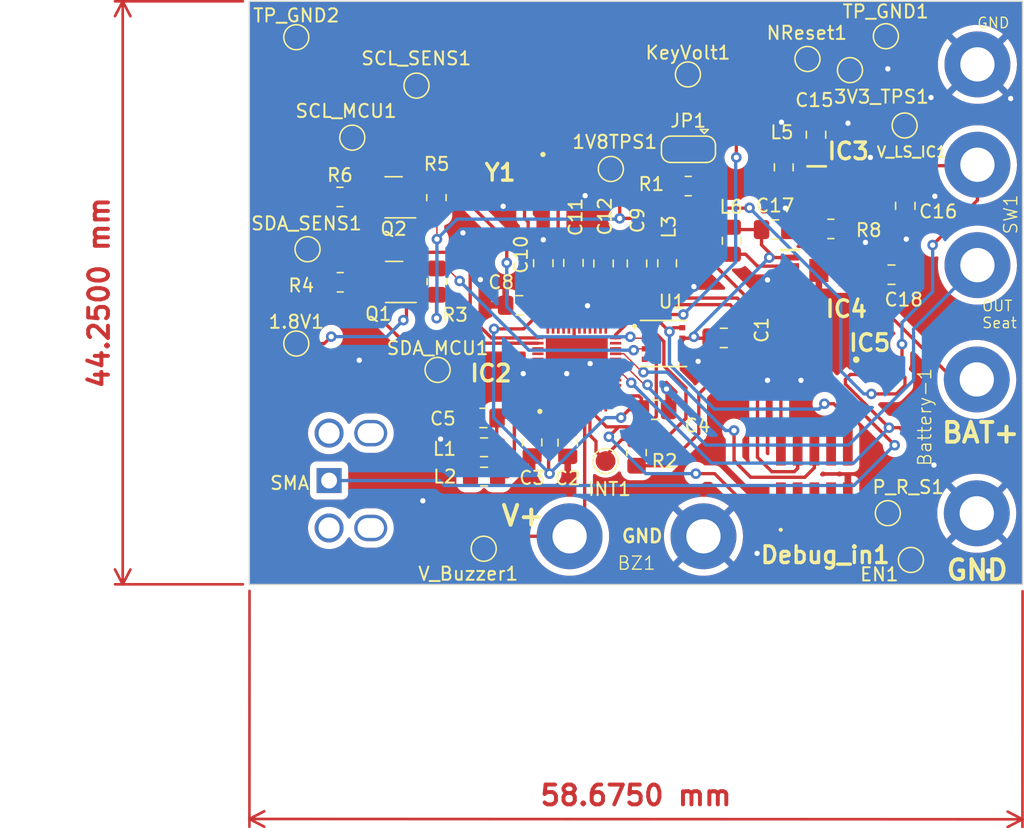
<source format=kicad_pcb>
(kicad_pcb (version 20221018) (generator pcbnew)
  (layers (0 "F.Cu" signal) (31 "B.Cu" signal) (34 "B.Paste" user) (35 "F.Paste" user) (36 "B.SilkS" user "B.Silkscreen") (37 "F.SilkS" user "F.Silkscreen") (38 "B.Mask" user) (39 "F.Mask" user) (44 "Edge.Cuts" user))
  (net 0 "")
  (net 1 "Net-(AE1-A)")
  (net 2 "GND")
  (net 3 "Battery +")
  (net 4 "Voltage_buzzer")
  (net 5 "+1V8")
  (net 6 "Net-(IC2-DEC1)")
  (net 7 "VDD")
  (net 8 "Net-(IC2-DEC4)")
  (net 11 "Net-(IC2-ANT)")
  (net 12 "Net-(IC2-XC2)")
  (net 13 "Net-(IC2-XC1)")
  (net 14 "Net-(IC2-DEC3)")
  (net 15 "Net-(IC3-VOS)")
  (net 29 "INT")
  (net 37 "Output_seatbelt")
  (net 45 "SWO")
  (net 46 "SWDIO")
  (net 47 "SWDCLK")
  (net 48 "Pro_range_sens")
  (net 49 "NRESET")
  (net 50 "Net-(IC2-DCC)")
  (net 51 "Net-(IC3-SW)")
  (net 52 "Net-(IC3-VSET)")
  (net 53 "EN")
  (net 54 "Net-(IC4-SW)")
  (net 55 "+3V3")
  (net 56 "Net-(IC5-IN)")
  (net 57 "Net-(IC5-OUT)")
  (net 58 "VIN")
  (net 59 "Net-(JP1-B)")
  (net 60 "Net-(L1-Pad2)")
  (net 61 "SCL_MCU")
  (net 62 "SDA_MCU")
  (net 63 "SDA_Sens")
  (net 64 "SCL_Sens")
  (net 65 "+3.3V")
  (footprint "Capacitor_SMD:C_0805_2012Metric_Pad1.18x1.45mm_HandSolder" (layer "F.Cu") (at 219.225 78.55 180)
    (fp_text reference "C5")
    (fp_text value "1uF" hide)
  )
  (footprint "TestPoint:TestPoint_Pad_D1.5mm" (layer "F.Cu") (at 205.88 65.74)
    (fp_text reference "SDA_SENS1")
    (fp_text value "TestPoint")
  )
  (footprint "Resistor_SMD:R_0805_2012Metric_Pad1.20x1.40mm_HandSolder" (layer "F.Cu") (at 234.775 60.95 180)
    (fp_text reference "R1")
    (fp_text value "OR")
  )
  (footprint "TestPoint:TestPoint_Pad_D1.5mm" (layer "F.Cu") (at 215.75 74.9)
    (fp_text reference "SDA_MCU1")
    (fp_text value "TestPoint" hide)
  )
  (footprint "project:XDCR_CH-101" (layer "F.Cu") (at 232.8965 72.898)
    (fp_text reference "U1")
    (fp_text value "CH-101" hide)
  )
  (footprint "Jumper:SolderJumper-3_P1.3mm_Bridged2Bar12_RoundedPad1.0x1.5mm" (layer "F.Cu") (at 234.791 58.156 180)
    (fp_text reference "JP1")
    (fp_text value "Jumper_2_Bridged" hide)
  )
  (footprint "Inductor_SMD:L_0805_2012Metric_Pad1.15x1.40mm_HandSolder" (layer "F.Cu") (at 233.172 66.811 90)
    (fp_text reference "L3")
    (fp_text value "3.9nH" hide)
  )
  (footprint "TestPoint:TestPoint_Pad_D1.5mm" (layer "F.Cu") (at 228.9 59.65)
    (fp_text reference "1V8TPS1")
    (fp_text value "TestPoint" hide)
  )
  (footprint "Capacitor_SMD:C_0805_2012Metric_Pad1.18x1.45mm_HandSolder" (layer "F.Cu") (at 223.774 66.802 90)
    (fp_text reference "C10")
    (fp_text value "12pF" hide)
  )
  (footprint "TestPoint:TestPoint_Pad_D1.5mm" (layer "F.Cu") (at 214.15 53.325)
    (fp_text reference "SCL_SENS1")
    (fp_text value "TestPoint" hide)
  )
  (footprint "TestPoint:TestPoint_Pad_D1.5mm" (layer "F.Cu") (at 205.025 49.65)
    (fp_text reference "TP_GND2")
    (fp_text value "TestPoint" hide)
  )
  (footprint "Battery:Battery_pad" (layer "F.Cu") (at 230.85 90.07)
    (fp_text reference "BZ1")
    (fp_text value "Buzzer" hide)
  )
  (footprint "TestPoint:TestPoint_Pad_D1.5mm" (layer "F.Cu") (at 251.2 56.35)
    (fp_text reference "V_LS_IC1")
    (fp_text value "TestPoint" hide)
  )
  (footprint "Capacitor_SMD:C_0805_2012Metric_Pad1.18x1.45mm_HandSolder" (layer "F.Cu") (at 222.925 80.4 -90)
    (fp_text reference "C3")
    (fp_text value "4.7uF" hide)
  )
  (footprint "Capacitor_SMD:C_0805_2012Metric_Pad1.18x1.45mm_HandSolder" (layer "F.Cu") (at 250.2 67.675)
    (fp_text reference "C18")
    (fp_text value "4.7uF" hide)
  )
  (footprint "Capacitor_SMD:C_0805_2012Metric_Pad1.18x1.45mm_HandSolder" (layer "F.Cu") (at 228.346 66.8235 -90)
    (fp_text reference "C12")
    (fp_text value "100pF" hide)
  )
  (footprint "Battery:Battery_pad" (layer "F.Cu") (at 259.215 80.705 90)
    (fp_text reference "Battery-1")
    (fp_text value "Battery+" hide)
  )
  (footprint "Resistor_SMD:R_0805_2012Metric_Pad1.20x1.40mm_HandSolder" (layer "F.Cu") (at 245.6 64.2)
    (fp_text reference "R8")
    (fp_text value "52.3kOhm" hide)
  )
  (footprint "KiCad:SOP65P490X110-9N" (layer "F.Cu") (at 244.688 67.351)
    (fp_text reference "IC4")
    (fp_text value "TPS62842DGR" hide)
  )
  (footprint "Capacitor_SMD:C_0805_2012Metric_Pad1.18x1.45mm_HandSolder" (layer "F.Cu") (at 230.886 66.8235 90)
    (fp_text reference "C9")
    (fp_text value "0.8pF" hide)
  )
  (footprint "TestPoint:TestPoint_Pad_D1.5mm" (layer "F.Cu") (at 209.275 57.275)
    (fp_text reference "SCL_MCU1")
    (fp_text value "TestPoint" hide)
  )
  (footprint "TestPoint:TestPoint_Pad_D1.5mm" (layer "F.Cu") (at 228.5 81.825)
    (fp_text reference "INT1")
    (fp_text value "TestPoint" hide)
  )
  (footprint "Inductor_SMD:L_0805_2012Metric_Pad1.15x1.40mm_HandSolder" (layer "F.Cu") (at 219.275 83)
    (fp_text reference "L2")
    (fp_text value "10uH" hide)
  )
  (footprint "Resistor_SMD:R_0805_2012Metric_Pad1.20x1.40mm_HandSolder" (layer "F.Cu") (at 208.3375 61.775)
    (fp_text reference "R6")
    (fp_text value "10k" hide)
  )
  (footprint "LIB_CX2016DB32000:CX2016DB32000D0FLJCC" (layer "F.Cu") (at 223.05 59.85 180)
    (fp_text reference "Y1")
    (fp_text value "CX2016DB32000D0FLJCC" hide)
  )
  (footprint "Resistor_SMD:R_0805_2012Metric_Pad1.20x1.40mm_HandSolder" (layer "F.Cu") (at 208.3625 68.25)
    (fp_text reference "R4")
    (fp_text value "10k" hide)
  )
  (footprint "Package_TO_SOT_SMD:SOT-23" (layer "F.Cu") (at 212.4125 61.8 180)
    (fp_text reference "Q2")
    (fp_text value "BSS138" hide)
  )
  (footprint "KiCad:SOP65P490X110-9N" (layer "F.Cu") (at 246.72 61)
    (fp_text reference "IC3")
    (fp_text value "TPS62842DGR" hide)
  )
  (footprint "TestPoint:TestPoint_Pad_D1.5mm" (layer "F.Cu") (at 234.75 52.475)
    (fp_text reference "KeyVolt1")
    (fp_text value "TestPoint" hide)
  )
  (footprint "Connector_Pin:Footprint_switch" (layer "F.Cu") (at 256.725 59.33 -90)
    (fp_text reference "SW1")
    (fp_text value "SW_SPDT" hide)
  )
  (footprint "Resistor_SMD:R_0805_2012Metric_Pad1.20x1.40mm_HandSolder" (layer "F.Cu") (at 215.6625 61.825 90)
    (fp_text reference "R5")
    (fp_text value "10k" hide)
  )
  (footprint "Capacitor_SMD:C_0805_2012Metric_Pad1.18x1.45mm_HandSolder" (layer "F.Cu") (at 226.06 66.7805 -90)
    (fp_text reference "C11")
    (fp_text value "12pF" hide)
  )
  (footprint "LIB_LS0504EDD:SON50P160X120X60-4N" (layer "F.Cu") (at 248.7 75)
    (fp_text reference "IC5")
    (fp_text value "LS0504EDD12" hide)
  )
  (footprint "TestPoint:TestPoint_Pad_D1.5mm" (layer "F.Cu") (at 243.825 51.3)
    (fp_text reference "NReset1")
    (fp_text value "TestPoint" hide)
  )
  (footprint "Capacitor_SMD:C_0805_2012Metric_Pad1.18x1.45mm_HandSolder" (layer "F.Cu") (at 237.475 72.475 180)
    (fp_text reference "C1")
    (fp_text value "0.1 nF" hide)
  )
  (footprint "Inductor_SMD:L_0805_2012Metric_Pad1.15x1.40mm_HandSolder" (layer "F.Cu") (at 219.275 80.775 180)
    (fp_text reference "L1")
    (fp_text value "15nH" hide)
  )
  (footprint "TestPoint:TestPoint_Pad_D1.5mm" (layer "F.Cu") (at 251.675 89.325)
    (fp_text reference "EN1")
    (fp_text value "TestPoint" hide)
  )
  (footprint "TestPoint:TestPoint_Pad_D1.5mm" (layer "F.Cu") (at 219.25 88.475)
    (fp_text reference "V_Buzzer1")
    (fp_text value "TestPoint" hide)
  )
  (footprint "Capacitor_SMD:C_0805_2012Metric_Pad1.18x1.45mm_HandSolder" (layer "F.Cu") (at 225.625 80.425 90)
    (fp_text reference "C2")
    (fp_text value "100nF" hide)
  )
  (footprint "Resistor_SMD:R_0805_2012Metric_Pad1.20x1.40mm_HandSolder" (layer "F.Cu") (at 215.6875 68.2 90)
    (fp_text reference "R3")
    (fp_text value "10k" hide)
  )
  (footprint "KiCad:QFN40P600X600X95-49N" (layer "F.Cu") (at 226.314 74.676 90)
    (fp_text reference "IC2")
    (fp_text value "NRF52832-QFAA-G-R7" hide)
  )
  (footprint "Driver_detector:SMA-connector" (layer "F.Cu") (at 207.515 83.3 90)
    (fp_text reference "AE1" hide)
    (fp_text value "Antenna" hide)
  )
  (footprint "TestPoint:TestPoint_Pad_D1.5mm" (layer "F.Cu") (at 205.025 72.9)
    (fp_text reference "1.8V1")
    (fp_text value "TestPoint" hide)
  )
  (footprint "Capacitor_SMD:C_0805_2012Metric_Pad1.18x1.45mm_HandSolder" (layer "F.Cu") (at 244.475 57.05 90)
    (fp_text reference "C15")
    (fp_text value "10uF" hide)
  )
  (footprint "TestPoint:TestPoint_Pad_D1.5mm" (layer "F.Cu") (at 247.05 52.15)
    (fp_text reference "3V3_TPS1")
    (fp_text value "TestPoint" hide)
  )
  (footprint "TestPoint:TestPoint_Pad_D1.5mm" (layer "F.Cu") (at 249.775 49.575)
    (fp_text reference "TP_GND1")
    (fp_text value "TestPoint" hide)
  )
  (footprint "Resistor_SMD:R_0805_2012Metric_Pad1.20x1.40mm_HandSolder" (layer "F.Cu") (at 230.85 81.175 90)
    (fp_text reference "R2")
    (fp_text value "10k" hide)
  )
  (footprint "TestPoint:TestPoint_Pad_D1.5mm" (layer "F.Cu") (at 249.925 85.775)
    (fp_text reference "P_R_S1")
    (fp_text value "TestPoint" hide)
  )
  (footprint "Capacitor_SMD:C_0805_2012Metric_Pad1.18x1.45mm_HandSolder" (layer "F.Cu") (at 221.95 70 180)
    (fp_text reference "C8")
    (fp_text value "100nF" hide)
  )
  (footprint "Capacitor_SMD:C_0805_2012Metric_Pad1.18x1.45mm_HandSolder" (layer "F.Cu") (at 241.375 64.25)
    (fp_text reference "C17")
    (fp_text value "10uF" hide)
  )
  (footprint "Inductor_SMD:L_0805_2012Metric_Pad1.15x1.40mm_HandSolder" (layer "F.Cu") (at 242.025 59.525 -90)
    (fp_text reference "L5")
    (fp_text value "2.2uH" hide)
  )
  (footprint "Capacitor_SMD:C_0805_2012Metric_Pad1.18x1.45mm_HandSolder" (layer "F.Cu") (at 251.25 62.45 -90)
    (fp_text reference "C16")
    (fp_text value "4.7uF")
  )
  (footprint "Package_TO_SOT_SMD:SOT-23" (layer "F.Cu") (at 212.45 68.225 180)
    (fp_text reference "Q1")
    (fp_text value "BSS138" hide)
  )
  (footprint "Capacitor_SMD:C_0805_2012Metric_Pad1.18x1.45mm_HandSolder" (layer "F.Cu") (at 232.25 77.925)
    (fp_text reference "C4")
    (fp_text value "100nF" hide)
  )
  (footprint "Inductor_SMD:L_0805_2012Metric_Pad1.15x1.40mm_HandSolder" (layer "F.Cu") (at 238.075 65.1 -90)
    (fp_text reference "L6")
    (fp_text value "2.2uH" hide)
  )
  (footprint "KiCad:FTSH10501LDVK" (layer "F.Cu") (at 244.348 84.836)
    (fp_text reference "Debug_in1")
    (fp_text value "Pin header 2x5, 1.27mm" hide)
  )
  (gr_rect (start 201.46 46.928) (end 260.146 91.186) (stroke (width 0.1)) (fill none) (layer "Edge.Cuts"))
  (gr_text "BAT+" (at 253.875 80.55) (layer "F.SilkS") (effects (font (size 1.5 1.5) (thickness 0.3) bold) (justify left bottom)))
  (gr_text "GND" (at 256.65 49.03) (layer "F.SilkS") (effects (font (size 0.8 0.8) (thickness 0.1)) (justify left bottom)))
  (gr_text "GND\n" (at 254.225 90.975) (layer "F.SilkS") (effects (font (size 1.5 1.5) (thickness 0.3) bold) (justify left bottom)))
  (gr_text "OUT\nSeat" (at 257.02 71.8) (layer "F.SilkS") (effects (font (size 0.8 0.8) (thickness 0.1)) (justify left bottom)))
  (gr_text "SMA" (at 202.946 84.074) (layer "F.SilkS") (effects (font (size 1 1)) (justify left bottom)))
  (gr_text "GND" (at 229.625 88.1) (layer "F.SilkS") (effects (font (size 1 1) (thickness 0.2) bold) (justify left bottom)))
  (gr_text "V+\n" (at 220.45 86.85) (layer "F.SilkS") (effects (font (size 1.5 1.5) (thickness 0.3) bold) (justify left bottom)))
  (dimension (type aligned) (layer "F.Cu") (pts (xy 201.475 91.175) (xy 260.15 91.2)) (height 17.811309) (gr_text "58,6750 mm" (at 230.805678 107.198807 359.9755877) (layer "F.Cu") (effects (font (size 1.5 1.5) (thickness 0.3)))) (format (prefix "") (suffix "") (units 3) (units_format 1) (precision 4)) (style (thickness 0.2) (arrow_length 1.27) (text_position_mode 0) (extension_height 0.58642) (extension_offset 0.5) keep_text_aligned))
  (dimension (type aligned) (layer "F.Cu") (pts (xy 201.475 46.925) (xy 201.475 91.175)) (height 9.625) (gr_text "44,2500 mm" (at 190.05 69.05 90) (layer "F.Cu") (effects (font (size 1.5 1.5) (thickness 0.3)))) (format (prefix "") (suffix "") (units 3) (units_format 1) (precision 4)) (style (thickness 0.2) (arrow_length 1.27) (text_position_mode 0) (extension_height 0.58642) (extension_offset 0.5) keep_text_aligned))
  (segment (start 235.611 65.786) (end 233.172 65.786) (width 0.254) (layer "F.Cu") (net 1))
  (segment (start 250.444 80.619) (end 235.611 65.786) (width 0.254) (layer "F.Cu") (net 1))
  (via (at 250.444 80.619) (size 0.8) (drill 0.4) (layers "F.Cu" "B.Cu") (net 1))
  (segment (start 215.9 83.3) (end 216.275 83.675) (width 0.25) (layer "B.Cu") (net 1))
  (segment (start 216.275 83.675) (end 247.35 83.675) (width 0.25) (layer "B.Cu") (net 1))
  (segment (start 250.406 80.619) (end 250.444 80.619) (width 0.25) (layer "B.Cu") (net 1))
  (segment (start 247.35 83.675) (end 250.406 80.619) (width 0.25) (layer "B.Cu") (net 1))
  (segment (start 207.515 83.3) (end 215.9 83.3) (width 0.25) (layer "B.Cu") (net 1))
  (segment (start 244.363 67.676) (end 244.688 67.351) (width 0.254) (layer "F.Cu") (net 2))
  (segment (start 223.364 75.676) (end 222.742 75.676) (width 0.254) (layer "F.Cu") (net 2))
  (segment (start 222.742 75.676) (end 222.25 75.184) (width 0.254) (layer "F.Cu") (net 2))
  (segment (start 246.888 66.376) (end 246.888 65.838) (width 0.25) (layer "F.Cu") (net 2))
  (segment (start 246.634 65.584) (end 246.634 64.516) (width 0.25) (layer "F.Cu") (net 2))
  (segment (start 246.395 61.325) (end 246.72 61) (width 0.25) (layer "F.Cu") (net 2))
  (segment (start 226.8945 70.0305) (end 226.114 70.811) (width 0.254) (layer "F.Cu") (net 2))
  (segment (start 246.888 65.838) (end 246.634 65.584) (width 0.25) (layer "F.Cu") (net 2))
  (segment (start 248.075 74.75) (end 247.075 74.75) (width 0.25) (layer "F.Cu") (net 2))
  (segment (start 226.114 70.811) (end 226.114 71.726) (width 0.254) (layer "F.Cu") (net 2))
  (segment (start 247.075 74.75) (end 246.9 74.575) (width 0.25) (layer "F.Cu") (net 2))
  (segment (start 227.1305 70.0305) (end 226.8945 70.0305) (width 0.254) (layer "F.Cu") (net 2))
  (segment (start 244.52 61.325) (end 246.395 61.325) (width 0.25) (layer "F.Cu") (net 2))
  (segment (start 226.114 71.726) (end 226.114 74.476) (width 0.25) (layer "F.Cu") (net 2))
  (via (at 243.332 75.692) (size 0.8) (drill 0.4) (layers "F.Cu" "B.Cu") (net 2))
  (via (at 227.33 74.422) (size 0.8) (drill 0.4) (layers "F.Cu" "B.Cu") (net 2))
  (via (at 217.675 64.5) (size 0.8) (drill 0.4) (layers "F.Cu" "B.Cu") (net 2))
  (via (at 214.63 84.836) (size 0.8) (drill 0.4) (layers "F.Cu" "B.Cu") (net 2))
  (via (at 248.225 65.225) (size 0.8) (drill 0.4) (layers "F.Cu" "B.Cu") (net 2))
  (via (at 240.792 68.072) (size 0.8) (drill 0.4) (layers "F.Cu" "B.Cu") (net 2))
  (via (at 257.556 90.17) (size 0.8) (drill 0.4) (layers "F.Cu" "B.Cu") (net 2))
  (via (at 246.9 56.175) (size 0.8) (drill 0.4) (layers "F.Cu" "B.Cu") (net 2))
  (via (at 227.1305 70.0305) (size 0.8) (drill 0.4) (layers "F.Cu" "B.Cu") (net 2))
  (via (at 222.25 75.184) (size 0.8) (drill 0.4) (layers "F.Cu" "B.Cu") (net 2))
  (via (at 251.325 64.975) (size 0.8) (drill 0.4) (layers "F.Cu" "B.Cu") (net 2))
  (via (at 209.804 74.168) (size 0.8) (drill 0.4) (layers "F.Cu" "B.Cu") (net 2))
  (via (at 248.6 58.775) (size 0.8) (drill 0.4) (layers "F.Cu" "B.Cu") (net 2))
  (via (at 215.975 80.15) (size 0.8) (drill 0.4) (layers "F.Cu" "B.Cu") (net 2))
  (via (at 226.95 61.675) (size 0.8) (drill 0.4) (layers "F.Cu" "B.Cu") (net 2))
  (via (at 242.15 62.625) (size 0.8) (drill 0.4) (layers "F.Cu" "B.Cu") (net 2))
  (via (at 253.492 61.722) (size 0.8) (drill 0.4) (layers "F.Cu" "B.Cu") (net 2))
  (via (at 235.525 74.25) (size 0.8) (drill 0.4) (layers "F.Cu" "B.Cu") (net 2))
  (via (at 253.2 54.225) (size 0.8) (drill 0.4) (layers "F.Cu" "B.Cu") (net 2))
  (via (at 249.925 52.05) (size 0.8) (drill 0.4) (layers "F.Cu" "B.Cu") (net 2))
  (via (at 225.552 75.184) (size 0.8) (drill 0.4) (layers "F.Cu" "B.Cu") (net 2))
  (via (at 259.249 54.3035) (size 0.8) (drill 0.4) (layers "F.Cu" "B.Cu") (net 2))
  (via (at 241.85 56.1) (size 0.8) (drill 0.4) (layers "F.Cu" "B.Cu") (net 2))
  (via (at 219 68.05) (size 0.8) (drill 0.4) (layers "F.Cu" "B.Cu") (net 2))
  (via (at 220.726 62.484) (size 0.8) (drill 0.4) (layers "F.Cu" "B.Cu") (net 2))
  (via (at 240 88.825) (size 0.8) (drill 0.4) (layers "F.Cu" "B.Cu") (net 2))
  (via (at 233.125 76.35) (size 0.8) (drill 0.4) (layers "F.Cu" "B.Cu") (net 2))
  (via (at 223.774 65.024) (size 0.8) (drill 0.4) (layers "F.Cu" "B.Cu") (net 2))
  (via (at 235.204 68.58) (size 0.8) (drill 0.4) (layers "F.Cu" "B.Cu") (net 2))
  (via (at 253.425 82.125) (size 0.8) (drill 0.4) (layers "F.Cu" "B.Cu") (net 2))
  (via (at 240.792 75.692) (size 0.8) (drill 0.4) (layers "F.Cu" "B.Cu") (net 2))
  (segment (start 248.92 61.975) (end 248.92 62.618) (width 0.254) (layer "F.Cu") (net 3))
  (segment (start 246.888 67.676) (end 248.974 67.676) (width 0.254) (layer "F.Cu") (net 3))
  (segment (start 248.92 62.618) (end 249.75 63.448) (width 0.254) (layer "F.Cu") (net 3))
  (segment (start 249.75 64.825) (end 249.174 65.401) (width 0.254) (layer "F.Cu") (net 3))
  (segment (start 249.174 67.476) (end 249.174 69.874) (width 0.25) (layer "F.Cu") (net 3))
  (segment (start 249.75 63.448) (end 249.75 64.825) (width 0.254) (layer "F.Cu") (net 3))
  (segment (start 248.92 61.325) (end 250.7875 61.325) (width 0.254) (layer "F.Cu") (net 3))
  (segment (start 254.925 75.625) (end 256.675 75.625) (width 0.25) (layer "F.Cu") (net 3))
  (segment (start 250.7875 61.325) (end 250.875 61.4125) (width 0.254) (layer "F.Cu") (net 3))
  (segment (start 248.92 61.325) (end 248.92 61.975) (width 0.254) (layer "F.Cu") (net 3))
  (segment (start 246.888 68.326) (end 246.888 67.676) (width 0.254) (layer "F.Cu") (net 3))
  (segment (start 249.174 69.874) (end 254.925 75.625) (width 0.25) (layer "F.Cu") (net 3))
  (segment (start 249.174 65.401) (end 249.174 67.476) (width 0.254) (layer "F.Cu") (net 3))
  (segment (start 248.974 67.676) (end 249.174 67.476) (width 0.254) (layer "F.Cu") (net 3))
  (segment (start 225.77 87.53) (end 220.195 87.53) (width 0.25) (layer "F.Cu") (net 4))
  (segment (start 226.914 84.386) (end 226.914 87.086) (width 0.25) (layer "F.Cu") (net 4))
  (segment (start 220.195 87.53) (end 219.25 88.475) (width 0.25) (layer "F.Cu") (net 4))
  (segment (start 226.914 87.086) (end 225.695 88.305) (width 0.25) (layer "F.Cu") (net 4))
  (segment (start 226.914 77.626) (end 226.914 84.386) (width 0.254) (layer "F.Cu") (net 4))
  (segment (start 238.25 64.25) (end 240.3375 64.25) (width 0.254) (layer "F.Cu") (net 5))
  (segment (start 230.85 82.175) (end 233.125 82.175) (width 0.25) (layer "F.Cu") (net 5))
  (segment (start 215.675 70.975) (end 215.675 69.2125) (width 0.254) (layer "F.Cu") (net 5))
  (segment (start 215.6625 69.175) (end 215.6875 69.2) (width 0.25) (layer "F.Cu") (net 5))
  (segment (start 241.3 66.375) (end 242.487 66.375) (width 0.254) (layer "F.Cu") (net 5))
  (segment (start 207.15 72.9) (end 205.025 72.9) (width 0.25) (layer "F.Cu") (net 5))
  (segment (start 215.5875 62.75) (end 215.6625 62.825) (width 0.25) (layer "F.Cu") (net 5))
  (segment (start 236.7 64.1) (end 238.05 64.1) (width 0.25) (layer "F.Cu") (net 5))
  (segment (start 238.075 64.075) (end 238.25 64.25) (width 0.254) (layer "F.Cu") (net 5))
  (segment (start 215.7 62.8625) (end 215.6625 62.825) (width 0.1) (layer "F.Cu") (net 5))
  (segment (start 235.575 79.725) (end 235.575 76.725) (width 0.25) (layer "F.Cu") (net 5))
  (segment (start 233.125 82.175) (end 235.575 79.725) (width 0.25) (layer "F.Cu") (net 5))
  (segment (start 236.35 72.5625) (end 236.4375 72.475) (width 0.25) (layer "F.Cu") (net 5))
  (segment (start 213.3875 69.175) (end 213.3875 70.8875) (width 0.25) (layer "F.Cu") (net 5))
  (segment (start 215.675 69.2125) (end 215.6875 69.2) (width 0.1) (layer "F.Cu") (net 5))
  (segment (start 207.675 72.375) (end 207.15 72.9) (width 0.25) (layer "F.Cu") (net 5))
  (segment (start 213.3875 69.175) (end 215.6625 69.175) (width 0.25) (layer "F.Cu") (net 5))
  (segment (start 240.3375 64.25) (end 240.3375 65.4125) (width 0.254) (layer "F.Cu") (net 5))
  (segment (start 234.3215 72.498) (end 235.096 72.498) (width 0.254) (layer "F.Cu") (net 5))
  (segment (start 240.925 66.375) (end 241.3 66.375) (width 0.254) (layer "F.Cu") (net 5))
  (segment (start 236 63.4) (end 236.7 64.1) (width 0.254) (layer "F.Cu") (net 5))
  (segment (start 235.312 72.498) (end 236.3445 72.498) (width 0.254) (layer "F.Cu") (net 5))
  (segment (start 213.35 62.75) (end 215.5875 62.75) (width 0.25) (layer "F.Cu") (net 5))
  (segment (start 213.3875 70.8875) (end 213.15 71.125) (width 0.25) (layer "F.Cu") (net 5))
  (segment (start 235.575 76.725) (end 236.35 75.95) (width 0.25) (layer "F.Cu") (net 5))
  (segment (start 238.05 64.1) (end 238.075 64.075) (width 0.25) (layer "F.Cu") (net 5))
  (segment (start 240.3375 65.4125) (end 241.3 66.375) (width 0.254) (layer "F.Cu") (net 5))
  (segment (start 234.3215 73.298) (end 234.3215 72.498) (width 0.254) (layer "F.Cu") (net 5))
  (segment (start 242.487 66.375) (end 242.488 66.376) (width 0.254) (layer "F.Cu") (net 5))
  (segment (start 215.7 64.975) (end 215.7 62.8625) (width 0.1) (layer "F.Cu") (net 5))
  (segment (start 229.575 60.325) (end 228.9 59.65) (width 0.25) (layer "F.Cu") (net 5))
  (segment (start 229.575 63.4) (end 229.575 60.325) (width 0.25) (layer "F.Cu") (net 5))
  (segment (start 229.575 63.4) (end 236 63.4) (width 0.254) (layer "F.Cu") (net 5))
  (segment (start 236.35 75.95) (end 236.35 72.5625) (width 0.25) (layer "F.Cu") (net 5))
  (via (at 215.675 70.975) (size 0.8) (drill 0.4) (layers "F.Cu" "B.Cu") (net 5))
  (via (at 207.675 72.375) (size 0.8) (drill 0.4) (layers "F.Cu" "B.Cu") (net 5))
  (via (at 213.15 71.125) (size 0.8) (drill 0.4) (layers "F.Cu" "B.Cu") (net 5))
  (via (at 229.575 63.4) (size 0.8) (drill 0.4) (layers "F.Cu" "B.Cu") (net 5))
  (via (at 215.7 64.975) (size 0.8) (drill 0.4) (layers "F.Cu" "B.Cu") (net 5))
  (via (at 235.204 72.39) (size 0.8) (drill 0.4) (layers "F.Cu" "B.Cu") (net 5))
  (via (at 240.925 66.375) (size 0.8) (drill 0.4) (layers "F.Cu" "B.Cu") (net 5))
  (segment (start 215.7 64.975) (end 215.7 70.95) (width 0.254) (layer "B.Cu") (net 5))
  (segment (start 235.204 72.096) (end 235.204 72.39) (width 0.254) (layer "B.Cu") (net 5))
  (segment (start 213.15 71.125) (end 211.9 72.375) (width 0.25) (layer "B.Cu") (net 5))
  (segment (start 211.9 72.375) (end 209.05 72.375) (width 0.25) (layer "B.Cu") (net 5))
  (segment (start 215.7 70.95) (end 215.675 70.975) (width 0.1) (layer "B.Cu") (net 5))
  (segment (start 229.575 63.4) (end 229.517 63.458) (width 0.1) (layer "B.Cu") (net 5))
  (segment (start 240.925 66.375) (end 235.204 72.096) (width 0.254) (layer "B.Cu") (net 5))
  (segment (start 209.05 72.375) (end 207.675 72.375) (width 0.25) (layer "B.Cu") (net 5))
  (segment (start 217.217 63.458) (end 215.7 64.975) (width 0.254) (layer "B.Cu") (net 5))
  (segment (start 229.517 63.458) (end 217.217 63.458) (width 0.254) (layer "B.Cu") (net 5))
  (segment (start 224.6375 79.3875) (end 225.625 79.3875) (width 0.254) (layer "F.Cu") (net 6))
  (segment (start 224.114 78.864) (end 224.6375 79.3875) (width 0.254) (layer "F.Cu") (net 6))
  (segment (start 224.114 77.626) (end 224.114 78.864) (width 0.254) (layer "F.Cu") (net 6))
  (segment (start 224.175 82.7) (end 224.25 82.775) (width 0.25) (layer "F.Cu") (net 7))
  (segment (start 220.037397 71.788103) (end 222.286897 71.788103) (width 0.25) (layer "F.Cu") (net 7))
  (segment (start 222.286897 71.788103) (end 222.9875 71.0875) (width 0.25) (layer "F.Cu") (net 7))
  (segment (start 223.364 76.876) (end 222.624 76.876) (width 0.254) (layer "F.Cu") (net 7))
  (segment (start 222.25 78.025) (end 222.925 78.7) (width 0.254) (layer "F.Cu") (net 7))
  (segment (start 222.9875 71.0875) (end 222.9875 70) (width 0.25) (layer "F.Cu") (net 7))
  (segment (start 229.264 76.876) (end 231.026 76.876) (width 0.254) (layer "F.Cu") (net 7))
  (segment (start 224.114 71.726) (end 224.114 70.164) (width 0.254) (layer "F.Cu") (net 7))
  (segment (start 230.275 77.925) (end 231.2125 77.925) (width 0.254) (layer "F.Cu") (net 7))
  (segment (start 222.624 76.876) (end 222.25 77.25) (width 0.254) (layer "F.Cu") (net 7))
  (segment (start 222.925 79.3625) (end 223.0625 79.3625) (width 0.25) (layer "F.Cu") (net 7))
  (segment (start 224.114 70.164) (end 223.925 69.975) (width 0.254) (layer "F.Cu") (net 7))
  (segment (start 222.925 78.7) (end 222.925 79.3625) (width 0.254) (layer "F.Cu") (net 7))
  (segment (start 223.0625 79.3625) (end 224.175 80.475) (width 0.25) (layer "F.Cu") (net 7))
  (segment (start 222.25 77.25) (end 222.25 78.025) (width 0.254) (layer "F.Cu") (net 7))
  (segment (start 231.2125 77.0625) (end 231.2125 77.925) (width 0.254) (layer "F.Cu") (net 7))
  (segment (start 231.026 76.876) (end 231.2125 77.0625) (width 0.254) (layer "F.Cu") (net 7))
  (segment (start 229.675 78.525) (end 230.275 77.925) (width 0.254) (layer "F.Cu") (net 7))
  (segment (start 223.925 69.975) (end 223.0375 69.975) (width 0.254) (layer "F.Cu") (net 7))
  (segment (start 224.175 80.475) (end 224.175 82.7) (width 0.25) (layer "F.Cu") (net 7))
  (via (at 229.675 78.525) (size 0.8) (drill 0.4) (layers "F.Cu" "B.Cu") (net 7))
  (via (at 224.25 82.775) (size 0.8) (drill 0.4) (layers "F.Cu" "B.Cu") (net 7))
  (via (at 220.037397 71.788103) (size 0.8) (drill 0.4) (layers "F.Cu" "B.Cu") (net 7))
  (segment (start 228.5 78.525) (end 224.25 82.775) (width 0.254) (layer "B.Cu") (net 7))
  (segment (start 220.037397 71.788103) (end 220 71.8255) (width 0.25) (layer "B.Cu") (net 7))
  (segment (start 229.675 78.525) (end 228.5 78.525) (width 0.254) (layer "B.Cu") (net 7))
  (segment (start 220 71.8255) (end 220 78.525) (width 0.25) (layer "B.Cu") (net 7))
  (segment (start 220 78.525) (end 224.25 82.775) (width 0.25) (layer "B.Cu") (net 7))
  (segment (start 221.114 78.486) (end 220.236 78.486) (width 0.254) (layer "F.Cu") (net 8))
  (segment (start 220.236 80.5) (end 220.218 80.518) (width 0.254) (layer "F.Cu") (net 8))
  (segment (start 222.224 76.076) (end 221.325 76.975) (width 0.254) (layer "F.Cu") (net 8))
  (segment (start 223.364 76.076) (end 222.224 76.076) (width 0.254) (layer "F.Cu") (net 8))
  (segment (start 221.325 78.275) (end 221.114 78.486) (width 0.254) (layer "F.Cu") (net 8))
  (segment (start 220.236 78.486) (end 220.236 80.5) (width 0.254) (layer "F.Cu") (net 8))
  (segment (start 221.325 76.975) (end 221.325 78.275) (width 0.254) (layer "F.Cu") (net 8))
  (segment (start 229.075 69.25) (end 230.275 69.25) (width 0.254) (layer "F.Cu") (net 11))
  (segment (start 228.925 69.4) (end 227.6675 70.6575) (width 0.254) (layer "F.Cu") (net 11))
  (segment (start 226.9675 70.6575) (end 226.514 71.111) (width 0.254) (layer "F.Cu") (net 11))
  (segment (start 228.925 69.4) (end 229.075 69.25) (width 0.254) (layer "F.Cu") (net 11))
  (segment (start 226.514 71.111) (end 226.514 71.726) (width 0.254) (layer "F.Cu") (net 11))
  (segment (start 230.886 68.639) (end 230.886 67.861) (width 0.254) (layer "F.Cu") (net 11))
  (segment (start 233.147 67.861) (end 233.172 67.836) (width 0.254) (layer "F.Cu") (net 11))
  (segment (start 230.275 69.25) (end 230.886 68.639) (width 0.254) (layer "F.Cu") (net 11))
  (segment (start 230.886 67.861) (end 233.147 67.861) (width 0.254) (layer "F.Cu") (net 11))
  (segment (start 227.6675 70.6575) (end 226.9675 70.6575) (width 0.254) (layer "F.Cu") (net 11))
  (segment (start 222.625 66.3) (end 222.625 64.15) (width 0.254) (layer "F.Cu") (net 12))
  (segment (start 223.774 66.974) (end 223.525 66.725) (width 0.254) (layer "F.Cu") (net 12))
  (segment (start 223.05 66.725) (end 222.625 66.3) (width 0.254) (layer "F.Cu") (net 12))
  (segment (start 224.514 71.726) (end 224.514 69.289) (width 0.254) (layer "F.Cu") (net 12))
  (segment (start 222.625 63.675) (end 222.625 64.15) (width 0.25) (layer "F.Cu") (net 12))
  (segment (start 222.35 60.4) (end 222.35 63.4) (width 0.25) (layer "F.Cu") (net 12))
  (segment (start 223.525 66.725) (end 223.05 66.725) (width 0.254) (layer "F.Cu") (net 12))
  (segment (start 222.35 63.4) (end 222.625 63.675) (width 0.25) (layer "F.Cu") (net 12))
  (segment (start 223.774 67.8395) (end 223.774 66.974) (width 0.254) (layer "F.Cu") (net 12))
  (segment (start 223.774 68.549) (end 223.774 67.8395) (width 0.254) (layer "F.Cu") (net 12))
  (segment (start 224.514 69.289) (end 223.774 68.549) (width 0.254) (layer "F.Cu") (net 12))
  (segment (start 224.525 59.3) (end 224.9 59.675) (width 0.25) (layer "F.Cu") (net 13))
  (segment (start 225.825 66.7) (end 225.2 66.7) (width 0.254) (layer "F.Cu") (net 13))
  (segment (start 224.9 66.4) (end 224.9 62.77) (width 0.254) (layer "F.Cu") (net 13))
  (segment (start 223.75 59.3) (end 224.525 59.3) (width 0.25) (layer "F.Cu") (net 13))
  (segment (start 225.2 66.7) (end 224.9 66.4) (width 0.254) (layer "F.Cu") (net 13))
  (segment (start 226.06 68.69) (end 226.06 67.818) (width 0.254) (layer "F.Cu") (net 13))
  (segment (start 224.914 71.726) (end 224.914 69.836) (width 0.254) (layer "F.Cu") (net 13))
  (segment (start 226.06 66.935) (end 225.825 66.7) (width 0.254) (layer "F.Cu") (net 13))
  (segment (start 226.06 67.818) (end 226.06 66.935) (width 0.254) (layer "F.Cu") (net 13))
  (segment (start 224.914 69.836) (end 226.06 68.69) (width 0.254) (layer "F.Cu") (net 13))
  (segment (start 224.9 59.675) (end 224.9 62.77) (width 0.25) (layer "F.Cu") (net 13))
  (segment (start 226.778056 69.321944) (end 225.314 70.786) (width 0.254) (layer "F.Cu") (net 14))
  (segment (start 227.853056 69.321944) (end 226.778056 69.321944) (width 0.254) (layer "F.Cu") (net 14))
  (segment (start 225.314 70.786) (end 225.314 71.726) (width 0.254) (layer "F.Cu") (net 14))
  (segment (start 228.346 68.829) (end 227.853056 69.321944) (width 0.254) (layer "F.Cu") (net 14))
  (segment (start 228.346 68.072) (end 228.346 68.829) (width 0.254) (layer "F.Cu") (net 14))
  (segment (start 228.346 67.861) (end 228.346 68.072) (width 0.1) (layer "F.Cu") (net 14))
  (segment (start 247.825 56.725) (end 247.825 52.925) (width 0.25) (layer "F.Cu") (net 15))
  (segment (start 244.602 58.2685) (end 242.5485 58.2685) (width 0.254) (layer "F.Cu") (net 15))
  (segment (start 242.5485 58.2685) (end 242.316 58.501) (width 0.254) (layer "F.Cu") (net 15))
  (segment (start 244.52 58.3505) (end 244.602 58.2685) (width 0.254) (layer "F.Cu") (net 15))
  (segment (start 247.825 52.925) (end 247.05 52.15) (width 0.25) (layer "F.Cu") (net 15))
  (segment (start 244.52 60.025) (end 244.52 58.3505) (width 0.254) (layer "F.Cu") (net 15))
  (segment (start 244.475 58.0875) (end 246.4625 58.0875) (width 0.25) (layer "F.Cu") (net 15))
  (segment (start 246.4625 58.0875) (end 247.825 56.725) (width 0.25) (layer "F.Cu") (net 15))
  (segment (start 227.314 79.864) (end 227.314 77.626) (width 0.25) (layer "F.Cu") (net 29))
  (segment (start 228.5 81.2) (end 228.5 81.825) (width 0.25) (layer "F.Cu") (net 29))
  (segment (start 232.925 74.35) (end 232.925 74.6) (width 0.254) (layer "F.Cu") (net 29))
  (segment (start 228.5 81.425) (end 229.75 80.175) (width 0.25) (layer "F.Cu") (net 29))
  (segment (start 232.925 74.6) (end 234.6 76.275) (width 0.254) (layer "F.Cu") (net 29))
  (segment (start 232.925 74.35) (end 232.925 72.75) (width 0.254) (layer "F.Cu") (net 29))
  (segment (start 227.775 80.325) (end 227.775 81.1) (width 0.25) (layer "F.Cu") (net 29))
  (segment (start 233 80.175) (end 230.85 80.175) (width 0.254) (layer "F.Cu") (net 29))
  (segment (start 234.6 78.575) (end 233 80.175) (width 0.254) (layer "F.Cu") (net 29))
  (segment (start 229.75 80.175) (end 230.85 80.175) (width 0.25) (layer "F.Cu") (net 29))
  (segment (start 234.6 76.275) (end 234.6 78.575) (width 0.254) (layer "F.Cu") (net 29))
  (segment (start 232.925 72.75) (end 231.873 71.698) (width 0.254) (layer "F.Cu") (net 29))
  (segment (start 228.5 81.825) (end 228.5 81.425) (width 0.25) (layer "F.Cu") (net 29))
  (segment (start 227.314 79.864) (end 227.775 80.325) (width 0.254) (layer "F.Cu") (net 29))
  (segment (start 231.873 71.698) (end 231.4715 71.698) (width 0.254) (layer "F.Cu") (net 29))
  (segment (start 227.775 81.1) (end 228.5 81.825) (width 0.25) (layer "F.Cu") (net 29))
  (segment (start 230.2885 74.876) (end 229.264 74.876) (width 0.1) (layer "F.Cu") (net 37))
  (segment (start 231.4375 76.025) (end 230.2885 74.876) (width 0.1) (layer "F.Cu") (net 37))
  (segment (start 231.682947 76.025) (end 231.4375 76.025) (width 0.1) (layer "F.Cu") (net 37))
  (via (at 231.682947 76.025) (size 0.8) (drill 0.4) (layers "F.Cu" "B.Cu") (net 37))
  (segment (start 231.682947 76.025) (end 231.682947 76.166855) (width 0.254) (layer "B.Cu") (net 37))
  (segment (start 251.875 75.675) (end 251.875 71.8) (width 0.25) (layer "B.Cu") (net 37))
  (segment (start 251.875 71.8) (end 256.725 66.95) (width 0.25) (layer "B.Cu") (net 37))
  (segment (start 231.682947 76.166855) (end 236.125 80.608908) (width 0.254) (layer "B.Cu") (net 37))
  (segment (start 236.125 80.608908) (end 246.941092 80.608908) (width 0.25) (layer "B.Cu") (net 37))
  (segment (start 246.941092 80.608908) (end 251.875 75.675) (width 0.25) (layer "B.Cu") (net 37))
  (segment (start 231.375 75.075) (end 231.288 75.075) (width 0.1) (layer "F.Cu") (net 45))
  (segment (start 231.288 75.075) (end 229.889 73.676) (width 0.1) (layer "F.Cu") (net 45))
  (segment (start 229.889 73.676) (end 229.264 73.676) (width 0.1) (layer "F.Cu") (net 45))
  (segment (start 244.348 82.327) (end 244.348 80.766) (width 0.254) (layer "F.Cu") (net 45))
  (segment (start 243.625 83.05) (end 244.348 82.327) (width 0.254) (layer "F.Cu") (net 45))
  (segment (start 239.514 83.05) (end 243.625 83.05) (width 0.254) (layer "F.Cu") (net 45))
  (segment (start 238.252 79.502) (end 238.252 81.788) (width 0.254) (layer "F.Cu") (net 45))
  (segment (start 238.252 81.788) (end 239.514 83.05) (width 0.254) (layer "F.Cu") (net 45))
  (via (at 231.375 75.075) (size 0.8) (drill 0.4) (layers "F.Cu" "B.Cu") (net 45))
  (via (at 238.252 79.502) (size 0.8) (drill 0.4) (layers "F.Cu" "B.Cu") (net 45))
  (segment (start 233.175 75.075) (end 231.375 75.075) (width 0.254) (layer "B.Cu") (net 45))
  (segment (start 237.602 79.502) (end 233.175 75.075) (width 0.254) (layer "B.Cu") (net 45))
  (segment (start 238.252 79.502) (end 237.602 79.502) (width 0.254) (layer "B.Cu") (net 45))
  (segment (start 241.808 72.758) (end 241.808 80.766) (width 0.254) (layer "F.Cu") (net 46))
  (segment (start 228.114 71.726) (end 228.114 70.886) (width 0.254) (layer "F.Cu") (net 46))
  (segment (start 230.066738 70.05) (end 230.666738 69.45) (width 0.254) (layer "F.Cu") (net 46))
  (segment (start 228.114 70.886) (end 228.95 70.05) (width 0.254) (layer "F.Cu") (net 46))
  (segment (start 228.95 70.05) (end 230.066738 70.05) (width 0.254) (layer "F.Cu") (net 46))
  (segment (start 230.666738 69.45) (end 238.5 69.45) (width 0.254) (layer "F.Cu") (net 46))
  (segment (start 238.5 69.45) (end 241.808 72.758) (width 0.254) (layer "F.Cu") (net 46))
  (segment (start 240.03 81.534) (end 240.03 72.03) (width 0.254) (layer "F.Cu") (net 47))
  (segment (start 240.03 72.03) (end 237.95 69.95) (width 0.254) (layer "F.Cu") (net 47))
  (segment (start 231.7 69.95) (end 231.025 70.625) (width 0.254) (layer "F.Cu") (net 47))
  (segment (start 237.95 69.95) (end 231.7 69.95) (width 0.254) (layer "F.Cu") (net 47))
  (segment (start 229.123158 70.625) (end 228.541 71.207158) (width 0.254) (layer "F.Cu") (net 47))
  (segment (start 242.825 82.625) (end 241.121 82.625) (width 0.254) (layer "F.Cu") (net 47))
  (segment (start 228.541 71.207158) (end 228.541 71.699) (width 0.254) (layer "F.Cu") (net 47))
  (segment (start 243.078 82.372) (end 242.825 82.625) (width 0.254) (layer "F.Cu") (net 47))
  (segment (start 241.121 82.625) (end 240.03 81.534) (width 0.254) (layer "F.Cu") (net 47))
  (segment (start 243.078 80.766) (end 243.078 82.372) (width 0.254) (layer "F.Cu") (net 47))
  (segment (start 231.025 70.625) (end 229.123158 70.625) (width 0.254) (layer "F.Cu") (net 47))
  (segment (start 241.075 87.925) (end 243.2 87.925) (width 0.25) (layer "F.Cu") (net 48))
  (segment (start 228.577 79.225) (end 230.05 79.225) (width 0.254) (layer "F.Cu") (net 48))
  (segment (start 247.8 87.925) (end 249.775 85.95) (width 0.25) (layer "F.Cu") (net 48))
  (segment (start 232.073 74.098) (end 231.4715 74.098) (width 0.254) (layer "F.Cu") (net 48))
  (segment (start 236.775 82.775) (end 239.15 85.15) (width 0.25) (layer "F.Cu") (net 48))
  (segment (start 243.2 87.925) (end 247.8 87.925) (width 0.25) (layer "F.Cu") (net 48))
  (segment (start 240.075 86.075) (end 240.075 86.925) (width 0.25) (layer "F.Cu") (net 48))
  (segment (start 239.15 85.15) (end 240.075 86.075) (width 0.25) (layer "F.Cu") (net 48))
  (segment (start 227.714 78.362) (end 228.577 79.225) (width 0.254) (layer "F.Cu") (net 48))
  (segment (start 229.5 79.225) (end 228.75 79.975) (width 0.25) (layer "F.Cu") (net 48))
  (segment (start 232.35 74.375) (end 232.073 74.098) (width 0.254) (layer "F.Cu") (net 48))
  (segment (start 231.55 79.225) (end 232.35 78.425) (width 0.254) (layer "F.Cu") (net 48))
  (segment (start 227.714 77.626) (end 227.714 78.362) (width 0.254) (layer "F.Cu") (net 48))
  (segment (start 230.05 79.225) (end 229.5 79.225) (width 0.25) (layer "F.Cu") (net 48))
  (segment (start 235.35 82.775) (end 236.775 82.775) (width 0.25) (layer "F.Cu") (net 48))
  (segment (start 230.05 79.225) (end 231.55 79.225) (width 0.254) (layer "F.Cu") (net 48))
  (segment (start 240.075 86.925) (end 241.075 87.925) (width 0.25) (layer "F.Cu") (net 48))
  (segment (start 232.35 78.425) (end 232.35 74.375) (width 0.254) (layer "F.Cu") (net 48))
  (via (at 235.35 82.775) (size 0.8) (drill 0.4) (layers "F.Cu" "B.Cu") (net 48))
  (via (at 228.75 79.975) (size 0.8) (drill 0.4) (layers "F.Cu" "B.Cu") (net 48))
  (segment (start 228.75 79.975) (end 231.55 82.775) (width 0.25) (layer "B.Cu") (net 48))
  (segment (start 231.55 82.775) (end 235.35 82.775) (width 0.25) (layer "B.Cu") (net 48))
  (segment (start 238.425 56.525) (end 240.725 54.225) (width 0.25) (layer "F.Cu") (net 49))
  (segment (start 241.025 54.225) (end 244.025 51.225) (width 0.25) (layer "F.Cu") (net 49))
  (segment (start 246.888 78.538) (end 245.82 77.47) (width 0.254) (layer "F.Cu") (net 49))
  (segment (start 232.47 71.12) (end 233.35 72) (width 0.25) (layer "F.Cu") (net 49))
  (segment (start 229.264 72.234) (end 229.264 72.476) (width 0.254) (layer "F.Cu") (net 49))
  (segment (start 240.725 54.225) (end 241.025 54.225) (width 0.25) (layer "F.Cu") (net 49))
  (segment (start 230.378 71.12) (end 229.264 72.234) (width 0.254) (layer "F.Cu") (net 49))
  (segment (start 245.82 77.47) (end 245.11 77.47) (width 0.254) (layer "F.Cu") (net 49))
  (segment (start 233.35 72) (end 233.652 71.698) (width 0.254) (layer "F.Cu") (net 49))
  (segment (start 230.378 71.12) (end 232.47 71.12) (width 0.25) (layer "F.Cu") (net 49))
  (segment (start 246.888 80.766) (end 246.888 78.538) (width 0.254) (layer "F.Cu") (net 49))
  (segment (start 238.425 58.775) (end 238.425 56.525) (width 0.25) (layer "F.Cu") (net 49))
  (segment (start 233.652 71.698) (end 234.3215 71.698) (width 0.254) (layer "F.Cu") (net 49))
  (segment (start 232.47 71.12) (end 232.89 70.7) (width 0.25) (layer "F.Cu") (net 49))
  (segment (start 232.89 70.7) (end 234.4 70.7) (width 0.25) (layer "F.Cu") (net 49))
  (via (at 233.35 72) (size 0.8) (drill 0.4) (layers "F.Cu" "B.Cu") (net 49))
  (via (at 234.4 70.7) (size 0.8) (drill 0.4) (layers "F.Cu" "B.Cu") (net 49))
  (via (at 245.11 77.47) (size 0.8) (drill 0.4) (layers "F.Cu" "B.Cu") (net 49))
  (via (at 238.425 58.775) (size 0.8) (drill 0.4) (layers "F.Cu" "B.Cu") (net 49))
  (segment (start 238.375 66.725) (end 238.375 59.425) (width 0.25) (layer "B.Cu") (net 49))
  (segment (start 238.375 59.425) (end 238.375 58.825) (width 0.25) (layer "B.Cu") (net 49))
  (segment (start 236.75 77.875) (end 244.705 77.875) (width 0.254) (layer "B.Cu") (net 49))
  (segment (start 234.4 70.7) (end 238.375 66.725) (width 0.25) (layer "B.Cu") (net 49))
  (segment (start 233.35 74.475) (end 236.75 77.875) (width 0.254) (layer "B.Cu") (net 49))
  (segment (start 233.35 72) (end 233.35 74.475) (width 0.254) (layer "B.Cu") (net 49))
  (segment (start 244.705 77.875) (end 245.11 77.47) (width 0.254) (layer "B.Cu") (net 49))
  (segment (start 238.375 58.825) (end 238.425 58.775) (width 0.25) (layer "B.Cu") (net 49))
  (segment (start 221.575 78.625) (end 221.575 82.5) (width 0.254) (layer "F.Cu") (net 50))
  (segment (start 221.075 83) (end 220.3 83) (width 0.254) (layer "F.Cu") (net 50))
  (segment (start 221.725 77.075) (end 221.725 78.475) (width 0.254) (layer "F.Cu") (net 50))
  (segment (start 222.324 76.476) (end 221.725 77.075) (width 0.254) (layer "F.Cu") (net 50))
  (segment (start 221.575 82.5) (end 221.075 83) (width 0.254) (layer "F.Cu") (net 50))
  (segment (start 221.725 78.475) (end 221.575 78.625) (width 0.254) (layer "F.Cu") (net 50))
  (segment (start 223.364 76.476) (end 222.324 76.476) (width 0.254) (layer "F.Cu") (net 50))
  (segment (start 244.52 60.675) (end 242.44 60.675) (width 0.254) (layer "F.Cu") (net 51))
  (segment (start 242.44 60.675) (end 242.316 60.551) (width 0.254) (layer "F.Cu") (net 51))
  (segment (start 244.52 61.975) (end 244.52 64.12) (width 0.254) (layer "F.Cu") (net 52))
  (segment (start 244.52 64.12) (end 244.6 64.2) (width 0.254) (layer "F.Cu") (net 52))
  (segment (start 246.7 75.625) (end 247.075 75.25) (width 0.25) (layer "F.Cu") (net 53))
  (segment (start 229.848888 75.276) (end 229.264 75.276) (width 0.1) (layer "F.Cu") (net 53))
  (segment (start 250.0125 79.2875) (end 250.8125 79.2875) (width 0.25) (layer "F.Cu") (net 53))
  (segment (start 250.8125 79.2875) (end 251.675 80.15) (width 0.25) (layer "F.Cu") (net 53))
  (segment (start 230.448944 75.876056) (end 229.848888 75.276) (width 0.1) (layer "F.Cu") (net 53))
  (segment (start 250.0125 79.2875) (end 246.7 75.975) (width 0.25) (layer "F.Cu") (net 53))
  (segment (start 251.675 80.15) (end 251.675 89.325) (width 0.25) (layer "F.Cu") (net 53))
  (segment (start 247.075 75.25) (end 248.075 75.25) (width 0.25) (layer "F.Cu") (net 53))
  (segment (start 246.7 75.975) (end 246.7 75.625) (width 0.25) (layer "F.Cu") (net 53))
  (via (at 250.0125 79.2875) (size 0.8) (drill 0.4) (layers "F.Cu" "B.Cu") (net 53))
  (via (at 230.448944 75.876056) (size 0.8) (drill 0.4) (layers "F.Cu" "B.Cu") (net 53))
  (segment (start 230.448944 75.876056) (end 236.547888 81.975) (width 0.254) (layer "B.Cu") (net 53))
  (segment (start 247.325 81.975) (end 250.0125 79.2875) (width 0.254) (layer "B.Cu") (net 53))
  (segment (start 236.547888 81.975) (end 247.325 81.975) (width 0.254) (layer "B.Cu") (net 53))
  (segment (start 242.488 67.026) (end 240.025 67.026) (width 0.254) (layer "F.Cu") (net 54))
  (segment (start 239.124 66.125) (end 240.025 67.026) (width 0.254) (layer "F.Cu") (net 54))
  (segment (start 238.075 66.125) (end 239.124 66.125) (width 0.254) (layer "F.Cu") (net 54))
  (segment (start 248.675 76.725) (end 250.575 76.725) (width 0.25) (layer "F.Cu") (net 56))
  (segment (start 251 75.25) (end 249.375 75.25) (width 0.25) (layer "F.Cu") (net 56))
  (segment (start 239.4 62.625) (end 239.425 62.6) (width 0.25) (layer "F.Cu") (net 56))
  (segment (start 251.225 75.475) (end 251 75.25) (width 0.25) (layer "F.Cu") (net 56))
  (segment (start 234.625 62.625) (end 239.4 62.625) (width 0.25) (layer "F.Cu") (net 56))
  (segment (start 233.775 60.95) (end 233.775 61.775) (width 0.25) (layer "F.Cu") (net 56))
  (segment (start 251.225 76.075) (end 251.225 75.475) (width 0.25) (layer "F.Cu") (net 56))
  (segment (start 250.575 76.725) (end 251.225 76.075) (width 0.25) (layer "F.Cu") (net 56))
  (segment (start 233.775 61.775) (end 234.625 62.625) (width 0.25) (layer "F.Cu") (net 56))
  (via (at 248.675 76.725) (size 0.8) (drill 0.4) (layers "F.Cu" "B.Cu") (net 56))
  (via (at 239.425 62.6) (size 0.8) (drill 0.4) (layers "F.Cu" "B.Cu") (net 56))
  (segment (start 248.1 76.725) (end 248.675 76.725) (width 0.25) (layer "B.Cu") (net 56))
  (segment (start 246.35 74.975) (end 248.1 76.725) (width 0.25) (layer "B.Cu") (net 56))
  (segment (start 239.425 62.6) (end 246.35 69.525) (width 0.25) (layer "B.Cu") (net 56))
  (segment (start 246.35 69.525) (end 246.35 74.975) (width 0.25) (layer "B.Cu") (net 56))
  (segment (start 251 74.425) (end 250.675 74.75) (width 0.25) (layer "F.Cu") (net 57))
  (segment (start 250.675 74.75) (end 249.375 74.75) (width 0.25) (layer "F.Cu") (net 57))
  (segment (start 251.2 56.35) (end 251.2 57.9) (width 0.25) (layer "F.Cu") (net 57))
  (segment (start 251.2 57.9) (end 252.7 59.4) (width 0.25) (layer "F.Cu") (net 57))
  (segment (start 256.725 59.33) (end 256.725 62.025) (width 0.25) (layer "F.Cu") (net 57))
  (segment (start 256.725 62.025) (end 253.325 65.425) (width 0.25) (layer "F.Cu") (net 57))
  (segment (start 251 72.95) (end 251 74.425) (width 0.25) (layer "F.Cu") (net 57))
  (segment (start 252.7 59.4) (end 256.655 59.4) (width 0.25) (layer "F.Cu") (net 57))
  (segment (start 256.655 59.4) (end 256.725 59.33) (width 0.25) (layer "F.Cu") (net 57))
  (via (at 251 72.95) (size 0.8) (drill 0.4) (layers "F.Cu" "B.Cu") (net 57))
  (via (at 253.325 65.425) (size 0.8) (drill 0.4) (layers "F.Cu" "B.Cu") (net 57))
  (segment (start 253.325 68.975) (end 251.375 70.925) (width 0.25) (layer "B.Cu") (net 57))
  (segment (start 253.325 65.425) (end 253.325 68.975) (width 0.25) (layer "B.Cu") (net 57))
  (segment (start 251.375 70.925) (end 251 71.3) (width 0.25) (layer "B.Cu") (net 57))
  (segment (start 251 71.3) (end 251 72.95) (width 0.25) (layer "B.Cu") (net 57))
  (segment (start 235.775 59.957) (end 235.775 60.95) (width 0.25) (layer "F.Cu") (net 59))
  (segment (start 234.791 58.156) (end 234.791 58.973) (width 0.25) (layer "F.Cu") (net 59))
  (segment (start 234.75 52.475) (end 234.75 58.115) (width 0.25) (layer "F.Cu") (net 59))
  (segment (start 234.791 58.973) (end 235.775 59.957) (width 0.25) (layer "F.Cu") (net 59))
  (segment (start 234.75 58.115) (end 234.791 58.156) (width 0.25) (layer "F.Cu") (net 59))
  (segment (start 218.35 80.875) (end 218.25 80.775) (width 0.254) (layer "F.Cu") (net 60))
  (segment (start 218.35 82.35) (end 218.35 80.875) (width 0.254) (layer "F.Cu") (net 60))
  (segment (start 212.35 65.975) (end 216.95 65.975) (width 0.254) (layer "F.Cu") (net 61))
  (segment (start 209.3375 61.775) (end 209.3375 62.9625) (width 0.254) (layer "F.Cu") (net 61))
  (segment (start 209.3375 62.9625) (end 212.35 65.975) (width 0.254) (layer "F.Cu") (net 61))
  (segment (start 209.275 61.7125) (end 209.3375 61.775) (width 0.25) (layer "F.Cu") (net 61))
  (segment (start 216.95 65.975) (end 218.225 67.25) (width 0.254) (layer "F.Cu") (net 61))
  (segment (start 219.838288 72.475) (end 223.363 72.475) (width 0.254) (layer "F.Cu") (net 61))
  (segment (start 218.225 70.861712) (end 219.838288 72.475) (width 0.254) (layer "F.Cu") (net 61))
  (segment (start 211.475 61.8) (end 209.3625 61.8) (width 0.25) (layer "F.Cu") (net 61))
  (segment (start 209.3625 61.8) (end 209.3375 61.775) (width 0.25) (layer "F.Cu") (net 61))
  (segment (start 223.363 72.475) (end 223.364 72.476) (width 0.254) (layer "F.Cu") (net 61))
  (segment (start 218.225 67.25) (end 218.225 70.861712) (width 0.254) (layer "F.Cu") (net 61))
  (segment (start 209.275 57.275) (end 209.275 61.7125) (width 0.25) (layer "F.Cu") (net 61))
  (segment (start 213.276 72.876) (end 212.6375 72.2375) (width 0.254) (layer "F.Cu") (net 62))
  (segment (start 223.364 72.876) (end 213.276 72.876) (width 0.254) (layer "F.Cu") (net 62))
  (segment (start 215.3 74.9) (end 215.75 74.9) (width 0.25) (layer "F.Cu") (net 62))
  (segment (start 212.6375 72.2375) (end 211.5125 71.1125) (width 0.254) (layer "F.Cu") (net 62))
  (segment (start 211.5125 68.225) (end 209.3875 68.225) (width 0.25) (layer "F.Cu") (net 62))
  (segment (start 211.5125 71.1125) (end 211.5125 68.225) (width 0.254) (layer "F.Cu") (net 62))
  (segment (start 212.6375 72.2375) (end 215.3 74.9) (width 0.25) (layer "F.Cu") (net 62))
  (segment (start 209.3875 68.225) (end 209.3625 68.25) (width 0.25) (layer "F.Cu") (net 62))
  (segment (start 210.02 65.72) (end 211.575 67.275) (width 0.25) (layer "F.Cu") (net 63))
  (segment (start 230.74 73.298) (end 230.632 73.406) (width 0.1) (layer "F.Cu") (net 63))
  (segment (start 213.4625 67.2) (end 213.3875 67.275) (width 0.25) (layer "F.Cu") (net 63))
  (segment (start 215.6875 67.2) (end 213.4625 67.2) (width 0.25) (layer "F.Cu") (net 63))
  (segment (start 217.425 68.15) (end 216.475 67.2) (width 0.1) (layer "F.Cu") (net 63))
  (segment (start 216.475 67.2) (end 215.6875 67.2) (width 0.1) (layer "F.Cu") (net 63))
  (segment (start 209.2 65.72) (end 210.02 65.72) (width 0.25) (layer "F.Cu") (net 63))
  (segment (start 231.4715 73.298) (end 230.74 73.298) (width 0.1) (layer "F.Cu") (net 63))
  (segment (start 205.88 65.74) (end 209.18 65.74) (width 0.25) (layer "F.Cu") (net 63))
  (segment (start 209.18 65.74) (end 209.2 65.72) (width 0.25) (layer "F.Cu") (net 63))
  (segment (start 211.575 67.275) (end 213.3875 67.275) (width 0.25) (layer "F.Cu") (net 63))
  (via (at 217.425 68.15) (size 0.8) (drill 0.4) (layers "F.Cu" "B.Cu") (net 63))
  (via (at 230.632 73.406) (size 0.8) (drill 0.4) (layers "F.Cu" "B.Cu") (net 63))
  (segment (start 222.681 73.406) (end 230.632 73.406) (width 0.254) (layer "B.Cu") (net 63))
  (segment (start 217.425 68.15) (end 222.681 73.406) (width 0.254) (layer "B.Cu") (net 63))
  (segment (start 230.486 72.498) (end 230.378 72.39) (width 0.1) (layer "F.Cu") (net 64))
  (segment (start 215.6625 60.825) (end 216.7 60.825) (width 0.254) (layer "F.Cu") (net 64))
  (segment (start 215.6625 60.825) (end 213.375 60.825) (width 0.25) (layer "F.Cu") (net 64))
  (segment (start 213.375 60.825) (end 213.35 60.85) (width 0.25) (layer "F.Cu") (net 64))
  (segment (start 215.6625 60.825) (end 215.6625 54.8375) (width 0.25) (layer "F.Cu") (net 64))
  (segment (start 221 65.125) (end 221 66.775) (width 0.254) (layer "F.Cu") (net 64))
  (segment (start 231.4715 72.498) (end 230.486 72.498) (width 0.1) (layer "F.Cu") (net 64))
  (segment (start 216.7 60.825) (end 221 65.125) (width 0.254) (layer "F.Cu") (net 64))
  (segment (start 215.6625 54.8375) (end 214.15 53.325) (width 0.25) (layer "F.Cu") (net 64))
  (via (at 230.378 72.39) (size 0.8) (drill 0.4) (layers "F.Cu" "B.Cu") (net 64))
  (via (at 221 66.775) (size 0.8) (drill 0.4) (layers "F.Cu" "B.Cu") (net 64))
  (segment (start 221 66.775) (end 221 70.1) (width 0.254) (layer "B.Cu") (net 64))
  (segment (start 221 70.1) (end 223.29 72.39) (width 0.254) (layer "B.Cu") (net 64))
  (segment (start 223.29 72.39) (end 230.378 72.39) (width 0.254) (layer "B.Cu") (net 64))
  (segment (start 207.3375 61.775) (end 207.3625 61.8) (width 0.1) (layer "F.Cu") (net 65))
  (segment (start 203.8 67) (end 205.05 68.25) (width 0.254) (layer "F.Cu") (net 65))
  (segment (start 207.3625 61.8) (end 205.18 61.8) (width 0.254) (layer "F.Cu") (net 65))
  (segment (start 205.05 68.25) (end 207.3625 68.25) (width 0.254) (layer "F.Cu") (net 65))
  (segment (start 203.8 63.18) (end 203.8 67) (width 0.254) (layer "F.Cu") (net 65))
  (segment (start 205.18 61.8) (end 203.8 63.18) (width 0.254) (layer "F.Cu") (net 65))
  (zone (net 2) (net_name "GND") (layer "F.Cu") (connect_pads (clearance 0.5)) (min_thickness 0.25) (fill yes (thermal_gap 0.5) (thermal_bridge_width 0.5))
    (polygon (pts (xy 201.475 91.175) (xy 260.15 91.2) (xy 260.15 46.95) (xy 201.475 46.925)))
  )
  (zone (net 2) (net_name "GND") (layer "B.Cu") (priority 1) (connect_pads (clearance 0.5)) (min_thickness 0.25) (fill yes (thermal_gap 0.5) (thermal_bridge_width 0.5))
    (polygon (pts (xy 201.45 46.925) (xy 260.15 46.95) (xy 260.15 91.175) (xy 201.45 91.175)))
  )
)
</source>
